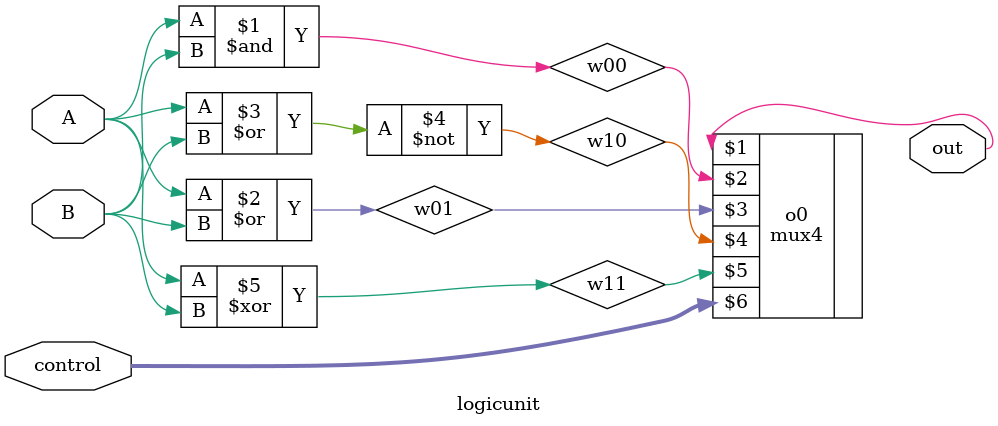
<source format=v>
module logicunit(out, A, B, control);
    output      out;
    input       A, B;
    input [1:0] control;
	wire w00,w01,w10,w11;
	
	and n00(w00,A,B);
	or n01(w01,A,B);
	nor n10(w10,A,B);
	xor n11(w11,A,B);

	mux4 o0(out,w00,w01,w10,w11,control);

endmodule // logicunit

</source>
